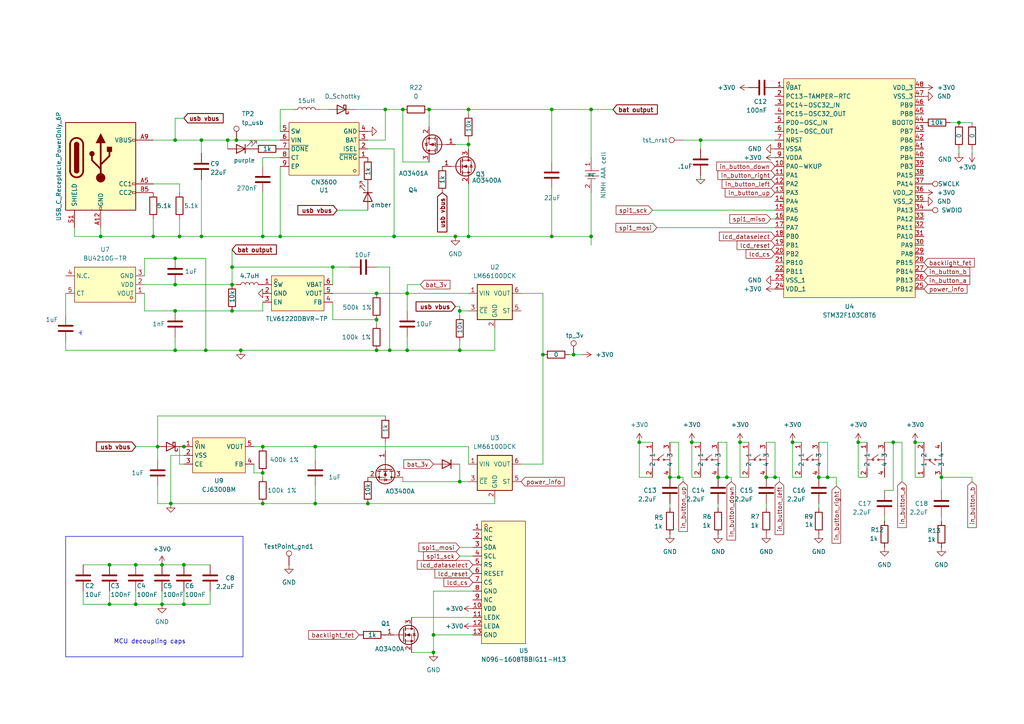
<source format=kicad_sch>
(kicad_sch (version 20250114) (generator "eeschema") (generator_version "9.0")
  (paper "A4")
  (title_block (title "stm32 business card"))
  (rectangle (start 19.05 155.575) (end 70.485 190.5))
  (text "Make sure CN36000 package and connections are right on PCB - wtf is EP?" (at 52.832 -7.874 0) (effects (font (size 1.27 1.27))))
  (text "MCU decoupling caps" (at 43.434 186.182 0) (effects (font (size 1.27 1.27))))
  (text "label 0 ohm choices" (at 24.892 -5.842 0) (effects (font (size 1.27 1.27) (thickness 0.1588))))
  (text "double check voltage diviers, maybe push higher - LCSC!" (at 43.434 -3.556 0) (effects (font (size 1.27 1.27) (thickness 0.1588))))
  (text "TODO" (at 18.796 -11.43 0) (effects (font (size 2.032 2.032) (thickness 0.4064) (bold yes))))
  (junction (at 91.44 129.54))
  (junction (at 39.37 163.83))
  (junction (at 135.89 31.75))
  (junction (at 194.31 138.43))
  (junction (at 166.37 102.87))
  (junction (at 135.89 68.58))
  (junction (at 259.08 128.27))
  (junction (at 67.31 77.47))
  (junction (at 133.35 90.17))
  (junction (at 224.79 138.43))
  (junction (at 59.69 101.6))
  (junction (at 76.2 137.16))
  (junction (at 68.58 40.64))
  (junction (at 118.11 85.09))
  (junction (at 31.75 175.26))
  (junction (at 265.43 128.27))
  (junction (at 67.31 90.17))
  (junction (at 46.99 175.26))
  (junction (at 109.22 85.09))
  (junction (at 240.03 138.43))
  (junction (at 50.8 40.64))
  (junction (at 109.22 101.6))
  (junction (at 91.44 146.05))
  (junction (at 111.76 31.75))
  (junction (at 118.11 101.6))
  (junction (at 133.35 139.7))
  (junction (at 76.2 129.54))
  (junction (at 208.28 138.43))
  (junction (at 248.92 128.27))
  (junction (at 58.42 40.64))
  (junction (at 125.73 189.23))
  (junction (at 67.31 82.55))
  (junction (at 203.2 40.64))
  (junction (at 58.42 68.58))
  (junction (at 113.03 101.6))
  (junction (at 50.8 101.6))
  (junction (at 160.02 68.58))
  (junction (at 44.45 68.58))
  (junction (at 237.49 138.43))
  (junction (at 81.28 68.58))
  (junction (at 222.25 138.43))
  (junction (at 132.08 68.58))
  (junction (at 52.07 68.58))
  (junction (at 171.45 31.75))
  (junction (at 214.63 128.27))
  (junction (at 133.35 101.6))
  (junction (at 185.42 128.27))
  (junction (at 96.52 77.47))
  (junction (at 39.37 175.26))
  (junction (at 210.82 138.43))
  (junction (at 69.85 101.6))
  (junction (at 125.73 184.15))
  (junction (at 116.84 31.75))
  (junction (at 66.04 40.64))
  (junction (at 53.34 163.83))
  (junction (at 76.2 146.05))
  (junction (at 229.87 128.27))
  (junction (at 106.68 146.05))
  (junction (at 196.85 138.43))
  (junction (at 135.89 41.91))
  (junction (at 278.13 35.56))
  (junction (at 53.34 129.54))
  (junction (at 76.2 68.58))
  (junction (at 29.21 68.58))
  (junction (at 273.05 138.43))
  (junction (at 50.8 90.17))
  (junction (at 114.3 68.58))
  (junction (at 109.22 92.71))
  (junction (at 31.75 163.83))
  (junction (at 49.53 146.05))
  (junction (at 50.8 82.55))
  (junction (at 157.48 102.87))
  (junction (at 160.02 31.75))
  (junction (at 200.66 128.27))
  (junction (at 53.34 175.26))
  (junction (at 171.45 68.58))
  (junction (at 50.8 74.93))
  (junction (at 45.72 129.54))
  (junction (at 124.46 31.75))
  (junction (at 46.99 163.83))
  (wire (pts (xy 194.31 147.32) (xy 194.31 146.05)))
  (wire (pts (xy 222.25 128.27) (xy 224.79 128.27)))
  (wire (pts (xy 81.28 38.1) (xy 81.28 31.75)))
  (wire (pts (xy 259.08 128.27) (xy 261.62 128.27)))
  (wire (pts (xy 118.11 101.6) (xy 133.35 101.6)))
  (wire (pts (xy 267.97 138.43) (xy 265.43 138.43)))
  (wire (pts (xy 76.2 45.72) (xy 76.2 48.26)))
  (polyline (pts (xy 23.495 96.52) (xy 23.495 97.155)))
  (wire (pts (xy 52.07 63.5) (xy 52.07 68.58)))
  (wire (pts (xy 135.89 41.91) (xy 135.89 43.18)))
  (wire (pts (xy 41.91 74.93) (xy 50.8 74.93)))
  (wire (pts (xy 91.44 146.05) (xy 106.68 146.05)))
  (wire (pts (xy 67.31 77.47) (xy 67.31 82.55)))
  (wire (pts (xy 50.8 34.29) (xy 53.34 34.29)))
  (wire (pts (xy 31.75 171.45) (xy 31.75 175.26)))
  (wire (pts (xy 281.94 44.45) (xy 281.94 43.18)))
  (wire (pts (xy 185.42 128.27) (xy 185.42 138.43)))
  (wire (pts (xy 119.38 189.23) (xy 125.73 189.23)))
  (wire (pts (xy 200.66 128.27) (xy 203.2 128.27)))
  (wire (pts (xy 81.28 68.58) (xy 114.3 68.58)))
  (wire (pts (xy 237.49 138.43) (xy 240.03 138.43)))
  (wire (pts (xy 256.54 128.27) (xy 259.08 128.27)))
  (wire (pts (xy 52.07 53.34) (xy 52.07 55.88)))
  (wire (pts (xy 248.92 128.27) (xy 248.92 138.43)))
  (wire (pts (xy 41.91 90.17) (xy 41.91 85.09)))
  (wire (pts (xy 125.73 171.45) (xy 125.73 184.15)))
  (wire (pts (xy 58.42 40.64) (xy 66.04 40.64)))
  (wire (pts (xy 52.07 68.58) (xy 58.42 68.58)))
  (wire (pts (xy 118.11 82.55) (xy 121.92 82.55)))
  (wire (pts (xy 81.28 31.75) (xy 85.09 31.75)))
  (wire (pts (xy 124.46 31.75) (xy 135.89 31.75)))
  (wire (pts (xy 251.46 138.43) (xy 248.92 138.43)))
  (wire (pts (xy 45.72 120.65) (xy 111.76 120.65)))
  (wire (pts (xy 171.45 55.88) (xy 171.45 68.58)))
  (wire (pts (xy 91.44 133.35) (xy 91.44 129.54)))
  (wire (pts (xy 229.87 128.27) (xy 232.41 128.27)))
  (wire (pts (xy 133.35 158.75) (xy 137.16 158.75)))
  (wire (pts (xy 106.68 40.64) (xy 111.76 40.64)))
  (wire (pts (xy 189.23 138.43) (xy 185.42 138.43)))
  (wire (pts (xy 45.72 146.05) (xy 49.53 146.05)))
  (wire (pts (xy 52.07 129.54) (xy 53.34 129.54)))
  (wire (pts (xy 39.37 171.45) (xy 39.37 175.26)))
  (wire (pts (xy 232.41 138.43) (xy 229.87 138.43)))
  (wire (pts (xy 101.6 77.47) (xy 96.52 77.47)))
  (wire (pts (xy 273.05 151.13) (xy 273.05 149.86)))
  (wire (pts (xy 237.49 128.27) (xy 240.03 128.27)))
  (wire (pts (xy 281.94 139.7) (xy 281.94 138.43)))
  (wire (pts (xy 157.48 102.87) (xy 157.48 134.62)))
  (wire (pts (xy 113.03 101.6) (xy 118.11 101.6)))
  (wire (pts (xy 52.07 134.62) (xy 52.07 129.54)))
  (wire (pts (xy 210.82 138.43) (xy 212.09 138.43)))
  (wire (pts (xy 96.52 92.71) (xy 109.22 92.71)))
  (wire (pts (xy 60.96 175.26) (xy 60.96 171.45)))
  (wire (pts (xy 44.45 53.34) (xy 52.07 53.34)))
  (wire (pts (xy 203.2 40.64) (xy 203.2 43.18)))
  (wire (pts (xy 135.89 33.02) (xy 135.89 31.75)))
  (wire (pts (xy 198.12 139.7) (xy 198.12 138.43)))
  (wire (pts (xy 67.31 77.47) (xy 96.52 77.47)))
  (wire (pts (xy 226.06 138.43) (xy 224.79 138.43)))
  (wire (pts (xy 50.8 40.64) (xy 58.42 40.64)))
  (wire (pts (xy 208.28 147.32) (xy 208.28 146.05)))
  (wire (pts (xy 118.11 85.09) (xy 135.89 85.09)))
  (wire (pts (xy 132.08 68.58) (xy 135.89 68.58)))
  (wire (pts (xy 118.11 97.79) (xy 118.11 101.6)))
  (wire (pts (xy 273.05 138.43) (xy 281.94 138.43)))
  (wire (pts (xy 198.12 40.64) (xy 203.2 40.64)))
  (wire (pts (xy 46.99 163.83) (xy 53.34 163.83)))
  (wire (pts (xy 44.45 40.64) (xy 50.8 40.64)))
  (wire (pts (xy 116.84 31.75) (xy 111.76 31.75)))
  (wire (pts (xy 214.63 128.27) (xy 217.17 128.27)))
  (wire (pts (xy 68.58 40.64) (xy 81.28 40.64)))
  (wire (pts (xy 50.8 101.6) (xy 59.69 101.6)))
  (wire (pts (xy 67.31 82.55) (xy 68.58 82.55)))
  (wire (pts (xy 212.09 138.43) (xy 212.09 139.7)))
  (wire (pts (xy 50.8 82.55) (xy 67.31 82.55)))
  (wire (pts (xy 31.75 175.26) (xy 39.37 175.26)))
  (wire (pts (xy 91.44 140.97) (xy 91.44 146.05)))
  (wire (pts (xy 208.28 128.27) (xy 210.82 128.27)))
  (wire (pts (xy 160.02 31.75) (xy 160.02 46.99)))
  (wire (pts (xy 119.38 179.07) (xy 137.16 179.07)))
  (wire (pts (xy 133.35 101.6) (xy 143.51 101.6)))
  (wire (pts (xy 137.16 171.45) (xy 125.73 171.45)))
  (wire (pts (xy 73.66 137.16) (xy 76.2 137.16)))
  (wire (pts (xy 41.91 90.17) (xy 50.8 90.17)))
  (wire (pts (xy 41.91 82.55) (xy 50.8 82.55)))
  (wire (pts (xy 224.79 128.27) (xy 224.79 138.43)))
  (wire (pts (xy 133.35 139.7) (xy 133.35 134.62)))
  (wire (pts (xy 29.21 68.58) (xy 29.21 66.04)))
  (wire (pts (xy 59.69 74.93) (xy 59.69 101.6)))
  (wire (pts (xy 96.52 82.55) (xy 96.52 77.47)))
  (wire (pts (xy 278.13 44.45) (xy 278.13 43.18)))
  (wire (pts (xy 256.54 151.13) (xy 256.54 149.86)))
  (wire (pts (xy 81.28 48.26) (xy 81.28 68.58)))
  (wire (pts (xy 113.03 77.47) (xy 113.03 101.6)))
  (wire (pts (xy 53.34 163.83) (xy 60.96 163.83)))
  (wire (pts (xy 171.45 68.58) (xy 171.45 71.12)))
  (wire (pts (xy 109.22 77.47) (xy 113.03 77.47)))
  (wire (pts (xy 69.85 101.6) (xy 109.22 101.6)))
  (wire (pts (xy 39.37 175.26) (xy 46.99 175.26)))
  (wire (pts (xy 67.31 90.17) (xy 76.2 90.17)))
  (wire (pts (xy 39.37 129.54) (xy 45.72 129.54)))
  (polyline (pts (xy 22.86 96.52) (xy 23.495 96.52)))
  (wire (pts (xy 124.46 46.99) (xy 116.84 46.99)))
  (wire (pts (xy 275.59 35.56) (xy 278.13 35.56)))
  (wire (pts (xy 222.25 147.32) (xy 222.25 146.05)))
  (wire (pts (xy 171.45 31.75) (xy 177.8 31.75)))
  (wire (pts (xy 76.2 137.16) (xy 76.2 138.43)))
  (wire (pts (xy 198.12 138.43) (xy 196.85 138.43)))
  (wire (pts (xy 157.48 85.09) (xy 157.48 102.87)))
  (wire (pts (xy 229.87 128.27) (xy 229.87 138.43)))
  (wire (pts (xy 133.35 139.7) (xy 135.89 139.7)))
  (wire (pts (xy 109.22 92.71) (xy 109.22 93.98)))
  (wire (pts (xy 76.2 55.88) (xy 76.2 68.58)))
  (wire (pts (xy 242.57 138.43) (xy 242.57 140.97)))
  (wire (pts (xy 135.89 68.58) (xy 160.02 68.58)))
  (wire (pts (xy 73.66 129.54) (xy 76.2 129.54)))
  (wire (pts (xy 76.2 68.58) (xy 81.28 68.58)))
  (wire (pts (xy 135.89 129.54) (xy 135.89 134.62)))
  (wire (pts (xy 44.45 63.5) (xy 44.45 68.58)))
  (wire (pts (xy 66.04 40.64) (xy 66.04 43.18)))
  (wire (pts (xy 114.3 68.58) (xy 132.08 68.58)))
  (wire (pts (xy 106.68 146.05) (xy 143.51 146.05)))
  (wire (pts (xy 46.99 171.45) (xy 46.99 175.26)))
  (wire (pts (xy 242.57 138.43) (xy 240.03 138.43)))
  (wire (pts (xy 24.13 163.83) (xy 31.75 163.83)))
  (wire (pts (xy 39.37 163.83) (xy 46.99 163.83)))
  (wire (pts (xy 189.23 60.96) (xy 224.79 60.96)))
  (wire (pts (xy 194.31 128.27) (xy 196.85 128.27)))
  (wire (pts (xy 116.84 46.99) (xy 116.84 31.75)))
  (wire (pts (xy 50.8 74.93) (xy 59.69 74.93)))
  (wire (pts (xy 76.2 129.54) (xy 91.44 129.54)))
  (wire (pts (xy 132.08 88.9) (xy 133.35 88.9)))
  (wire (pts (xy 58.42 44.45) (xy 58.42 40.64)))
  (wire (pts (xy 118.11 85.09) (xy 118.11 82.55)))
  (wire (pts (xy 109.22 85.09) (xy 118.11 85.09)))
  (wire (pts (xy 67.31 72.39) (xy 67.31 77.47)))
  (wire (pts (xy 160.02 68.58) (xy 171.45 68.58)))
  (wire (pts (xy 223.52 63.5) (xy 224.79 63.5)))
  (wire (pts (xy 168.91 102.87) (xy 166.37 102.87)))
  (wire (pts (xy 259.08 128.27) (xy 259.08 142.24)))
  (wire (pts (xy 217.17 138.43) (xy 214.63 138.43)))
  (wire (pts (xy 96.52 85.09) (xy 109.22 85.09)))
  (wire (pts (xy 45.72 140.97) (xy 45.72 146.05)))
  (wire (pts (xy 135.89 53.34) (xy 135.89 68.58)))
  (wire (pts (xy 210.82 128.27) (xy 210.82 138.43)))
  (wire (pts (xy 76.2 85.09) (xy 77.47 85.09)))
  (wire (pts (xy 46.99 175.26) (xy 53.34 175.26)))
  (wire (pts (xy 143.51 101.6) (xy 143.51 95.25)))
  (wire (pts (xy 19.05 101.6) (xy 19.05 99.06)))
  (wire (pts (xy 45.72 129.54) (xy 45.72 120.65)))
  (wire (pts (xy 76.2 146.05) (xy 91.44 146.05)))
  (wire (pts (xy 240.03 138.43) (xy 240.03 128.27)))
  (wire (pts (xy 273.05 138.43) (xy 273.05 142.24)))
  (wire (pts (xy 45.72 133.35) (xy 45.72 129.54)))
  (wire (pts (xy 135.89 31.75) (xy 160.02 31.75)))
  (wire (pts (xy 91.44 129.54) (xy 135.89 129.54)))
  (wire (pts (xy 190.5 66.04) (xy 224.79 66.04)))
  (wire (pts (xy 113.03 101.6) (xy 109.22 101.6)))
  (wire (pts (xy 50.8 40.64) (xy 50.8 34.29)))
  (wire (pts (xy 143.51 146.05) (xy 143.51 144.78)))
  (wire (pts (xy 118.11 90.17) (xy 118.11 85.09)))
  (wire (pts (xy 53.34 132.08) (xy 49.53 132.08)))
  (wire (pts (xy 29.21 68.58) (xy 44.45 68.58)))
  (wire (pts (xy 214.63 128.27) (xy 214.63 138.43)))
  (wire (pts (xy 81.28 45.72) (xy 76.2 45.72)))
  (wire (pts (xy 21.59 68.58) (xy 21.59 66.04)))
  (wire (pts (xy 265.43 128.27) (xy 267.97 128.27)))
  (wire (pts (xy 19.05 101.6) (xy 50.8 101.6)))
  (wire (pts (xy 111.76 40.64) (xy 111.76 31.75)))
  (wire (pts (xy 135.89 40.64) (xy 135.89 41.91)))
  (wire (pts (xy 50.8 90.17) (xy 67.31 90.17)))
  (wire (pts (xy 226.06 139.7) (xy 226.06 138.43)))
  (wire (pts (xy 19.05 91.44) (xy 19.05 85.09)))
  (wire (pts (xy 111.76 128.27) (xy 111.76 130.81)))
  (wire (pts (xy 237.49 147.32) (xy 237.49 146.05)))
  (wire (pts (xy 203.2 138.43) (xy 200.66 138.43)))
  (wire (pts (xy 44.45 68.58) (xy 52.07 68.58)))
  (wire (pts (xy 116.84 139.7) (xy 133.35 139.7)))
  (wire (pts (xy 166.37 102.87) (xy 165.1 102.87)))
  (wire (pts (xy 160.02 31.75) (xy 171.45 31.75)))
  (wire (pts (xy 265.43 128.27) (xy 265.43 138.43)))
  (wire (pts (xy 261.62 128.27) (xy 261.62 139.7)))
  (wire (pts (xy 259.08 142.24) (xy 256.54 142.24)))
  (wire (pts (xy 133.35 99.06) (xy 133.35 101.6)))
  (wire (pts (xy 111.76 31.75) (xy 102.87 31.75)))
  (wire (pts (xy 76.2 90.17) (xy 76.2 87.63)))
  (wire (pts (xy 278.13 35.56) (xy 281.94 35.56)))
  (wire (pts (xy 160.02 54.61) (xy 160.02 68.58)))
  (wire (pts (xy 248.92 128.27) (xy 251.46 128.27)))
  (wire (pts (xy 208.28 138.43) (xy 210.82 138.43)))
  (wire (pts (xy 194.31 138.43) (xy 196.85 138.43)))
  (wire (pts (xy 171.45 31.75) (xy 171.45 45.72)))
  (wire (pts (xy 21.59 68.58) (xy 29.21 68.58)))
  (wire (pts (xy 53.34 134.62) (xy 52.07 134.62)))
  (wire (pts (xy 41.91 80.01) (xy 41.91 74.93)))
  (wire (pts (xy 58.42 68.58) (xy 76.2 68.58)))
  (wire (pts (xy 133.35 88.9) (xy 133.35 90.17)))
  (wire (pts (xy 133.35 90.17) (xy 135.89 90.17)))
  (wire (pts (xy 157.48 134.62) (xy 151.13 134.62)))
  (wire (pts (xy 222.25 138.43) (xy 224.79 138.43)))
  (wire (pts (xy 53.34 175.26) (xy 60.96 175.26)))
  (polyline (pts (xy 23.495 95.885) (xy 23.495 96.52)))
  (wire (pts (xy 49.53 132.08) (xy 49.53 146.05)))
  (wire (pts (xy 114.3 43.18) (xy 114.3 68.58)))
  (wire (pts (xy 50.8 101.6) (xy 50.8 97.79)))
  (wire (pts (xy 185.42 128.27) (xy 189.23 128.27)))
  (wire (pts (xy 58.42 52.07) (xy 58.42 68.58)))
  (wire (pts (xy 97.79 60.96) (xy 106.68 60.96)))
  (wire (pts (xy 31.75 163.83) (xy 39.37 163.83)))
  (wire (pts (xy 125.73 184.15) (xy 125.73 189.23)))
  (wire (pts (xy 53.34 171.45) (xy 53.34 175.26)))
  (wire (pts (xy 66.04 40.64) (xy 68.58 40.64)))
  (wire (pts (xy 133.35 90.17) (xy 133.35 91.44)))
  (wire (pts (xy 24.13 171.45) (xy 24.13 175.26)))
  (wire (pts (xy 196.85 128.27) (xy 196.85 138.43)))
  (wire (pts (xy 157.48 85.09) (xy 151.13 85.09)))
  (wire (pts (xy 49.53 146.05) (xy 76.2 146.05)))
  (wire (pts (xy 125.73 184.15) (xy 137.16 184.15)))
  (wire (pts (xy 133.35 161.29) (xy 137.16 161.29)))
  (wire (pts (xy 200.66 128.27) (xy 200.66 138.43)))
  (wire (pts (xy 106.68 43.18) (xy 114.3 43.18)))
  (wire (pts (xy 124.46 31.75) (xy 124.46 36.83)))
  (wire (pts (xy 92.71 31.75) (xy 95.25 31.75)))
  (wire (pts (xy 73.66 134.62) (xy 73.66 137.16)))
  (wire (pts (xy 96.52 92.71) (xy 96.52 87.63)))
  (wire (pts (xy 116.84 139.7) (xy 116.84 138.43)))
  (wire (pts (xy 203.2 40.64) (xy 224.79 40.64)))
  (wire (pts (xy 59.69 101.6) (xy 69.85 101.6)))
  (wire (pts (xy 24.13 175.26) (xy 31.75 175.26)))
  (wire (pts (xy 132.08 41.91) (xy 135.89 41.91)))
  (global_label "in_button_b" (shape input) (at 281.94 139.7 270) (property "Intersheetrefs" "${INTERSHEET_REFS}" (effects (hide yes))))
  (global_label "backlight_fet" (shape input) (at 267.97 76.2 0) (property "Intersheetrefs" "${INTERSHEET_REFS}" (effects (hide yes))))
  (global_label "lcd_cs" (shape input) (at 137.16 168.91 180) (property "Intersheetrefs" "${INTERSHEET_REFS}" (effects (hide yes))))
  (global_label "in_button_down" (shape input) (at 212.09 139.7 270) (property "Intersheetrefs" "${INTERSHEET_REFS}" (effects (hide yes))))
  (global_label "usb vbus" (shape input) (at 128.27 55.88 270) (effects (font (thickness 0.254) (bold yes))) (property "Intersheetrefs" "${INTERSHEET_REFS}" (effects (hide yes))))
  (global_label "lcd_reset" (shape input) (at 137.16 166.37 180) (property "Intersheetrefs" "${INTERSHEET_REFS}" (effects (hide yes))))
  (global_label "usb vbus" (shape input) (at 97.79 60.96 180) (effects (font (thickness 0.254) (bold yes))) (property "Intersheetrefs" "${INTERSHEET_REFS}" (effects (hide yes))))
  (global_label "bat_3v" (shape input) (at 121.92 82.55 0) (property "Intersheetrefs" "${INTERSHEET_REFS}" (effects (hide yes))))
  (global_label "in_button_right" (shape input) (at 242.57 140.97 270) (property "Intersheetrefs" "${INTERSHEET_REFS}" (effects (hide yes))))
  (global_label "spi1_mosi" (shape input) (at 133.35 158.75 180) (property "Intersheetrefs" "${INTERSHEET_REFS}" (effects (hide yes))))
  (global_label "in_button_b" (shape input) (at 267.97 78.74 0) (property "Intersheetrefs" "${INTERSHEET_REFS}" (effects (hide yes))))
  (global_label "in_button_a" (shape input) (at 267.97 81.28 0) (property "Intersheetrefs" "${INTERSHEET_REFS}" (effects (hide yes))))
  (global_label "spi1_sck" (shape input) (at 189.23 60.96 180) (property "Intersheetrefs" "${INTERSHEET_REFS}" (effects (hide yes))))
  (global_label "backlight_fet" (shape input) (at 104.14 184.15 180) (property "Intersheetrefs" "${INTERSHEET_REFS}" (effects (hide yes))))
  (global_label "usb vbus" (shape input) (at 132.08 88.9 180) (effects (font (thickness 0.254) (bold yes))) (property "Intersheetrefs" "${INTERSHEET_REFS}" (effects (hide yes))))
  (global_label "in_button_a" (shape input) (at 261.62 139.7 270) (property "Intersheetrefs" "${INTERSHEET_REFS}" (effects (hide yes))))
  (global_label "usb vbus" (shape input) (at 53.34 34.29 0) (effects (font (thickness 0.254) (bold yes))) (property "Intersheetrefs" "${INTERSHEET_REFS}" (effects (hide yes))))
  (global_label "lcd_cs" (shape input) (at 224.79 73.66 180) (property "Intersheetrefs" "${INTERSHEET_REFS}" (effects (hide yes))))
  (global_label "lcd_dataselect" (shape input) (at 137.16 163.83 180) (property "Intersheetrefs" "${INTERSHEET_REFS}" (effects (hide yes))))
  (global_label "lcd_reset" (shape input) (at 224.79 71.12 180) (property "Intersheetrefs" "${INTERSHEET_REFS}" (effects (hide yes))))
  (global_label "lcd_dataselect" (shape input) (at 224.79 68.58 180) (property "Intersheetrefs" "${INTERSHEET_REFS}" (effects (hide yes))))
  (global_label "in_button_left" (shape input) (at 224.79 53.34 180) (property "Intersheetrefs" "${INTERSHEET_REFS}" (effects (hide yes))))
  (global_label "bat output" (shape input) (at 67.31 72.39 0) (effects (font (thickness 0.254) (bold yes))) (property "Intersheetrefs" "${INTERSHEET_REFS}" (effects (hide yes))))
  (global_label "in_button_right" (shape input) (at 224.79 50.8 180) (property "Intersheetrefs" "${INTERSHEET_REFS}" (effects (hide yes))))
  (global_label "in_button_up" (shape input) (at 198.12 139.7 270) (property "Intersheetrefs" "${INTERSHEET_REFS}" (effects (hide yes))))
  (global_label "in_button_left" (shape input) (at 226.06 139.7 270) (property "Intersheetrefs" "${INTERSHEET_REFS}" (effects (hide yes))))
  (global_label "in_button_up" (shape input) (at 224.79 55.88 180) (property "Intersheetrefs" "${INTERSHEET_REFS}" (effects (hide yes))))
  (global_label "usb vbus" (shape input) (at 39.37 129.54 180) (effects (font (thickness 0.254) (bold yes))) (property "Intersheetrefs" "${INTERSHEET_REFS}" (effects (hide yes))))
  (global_label "power_info" (shape input) (at 151.13 139.7 0) (property "Intersheetrefs" "${INTERSHEET_REFS}" (effects (hide yes))))
  (global_label "spi1_miso" (shape input) (at 223.52 63.5 180) (property "Intersheetrefs" "${INTERSHEET_REFS}" (effects (hide yes))))
  (global_label "power_info" (shape input) (at 267.97 83.82 0) (property "Intersheetrefs" "${INTERSHEET_REFS}" (effects (hide yes))))
  (global_label "spi1_sck" (shape input) (at 133.35 161.29 180) (property "Intersheetrefs" "${INTERSHEET_REFS}" (effects (hide yes))))
  (global_label "bat_3v" (shape input) (at 125.73 134.62 180) (property "Intersheetrefs" "${INTERSHEET_REFS}" (effects (hide yes))))
  (global_label "in_button_down" (shape input) (at 224.79 48.26 180) (property "Intersheetrefs" "${INTERSHEET_REFS}" (effects (hide yes))))
  (global_label "bat output" (shape input) (at 177.8 31.75 0) (effects (font (thickness 0.254) (bold yes))) (property "Intersheetrefs" "${INTERSHEET_REFS}" (effects (hide yes))))
  (global_label "spi1_mosi" (shape input) (at 190.5 66.04 180) (property "Intersheetrefs" "${INTERSHEET_REFS}" (effects (hide yes))))
  (symbol (lib_id "Device:C") (at 50.8 93.98 0) (unit 1)
    (property "Reference" "C19" (effects (hide yes)))
    (property "Value" "1nF" (at 44.196 93.98 0) (effects (justify left)))
    (property "Footprint" "Capacitor_SMD:C_0603_1608Metric" (effects (hide yes)))
    (property "Description" "Unpolarized capacitor" (effects (hide yes)))
  )
  (symbol (lib_id "power:GND") (at 125.73 189.23 0) (unit 1)
    (property "Reference" "#PWR037" (effects (hide yes)))
    (property "Value" "GND" (at 125.73 194.31 0))
    (property "Description" "Power symbol creates a global label with name \"GND\" , ground" (effects (hide yes)))
  )
  (symbol (lib_id "Device:R") (at 120.65 31.75 90) (unit 1)
    (property "Reference" "R22" (at 120.65 25.4 90))
    (property "Value" "0" (at 120.65 27.94 90))
    (property "Footprint" "Resistor_SMD:R_0603_1608Metric" (effects (hide yes)))
    (property "Description" "Resistor" (effects (hide yes)))
  )
  (symbol (lib_id "Device:R") (at 222.25 151.13 180) (unit 1)
    (property "Reference" "R7" (at 217.678 149.86 0) (effects (justify right)))
    (property "Value" "1k" (at 217.678 152.4 0) (effects (justify right)))
    (property "Footprint" "Resistor_SMD:R_0603_1608Metric" (effects (hide yes)))
    (property "Description" "Resistor" (effects (hide yes)))
  )
  (symbol (lib_id "Device:R") (at 106.68 49.53 180) (unit 1)
    (property "Reference" "R15" (effects (hide yes)))
    (property "Value" "1k" (at 106.68 48.514 90) (effects (justify left)))
    (property "Footprint" "Resistor_SMD:R_0603_1608Metric" (effects (hide yes)))
    (property "Description" "Resistor" (effects (hide yes)))
  )
  (symbol (lib_name "AO3400A_1") (lib_id "Transistor_FET:AO3400A") (at 133.35 48.26 0) (unit 1)
    (property "Reference" "Q3" (at 137.922 50.546 0) (effects (justify left)))
    (property "Value" "AO3400A" (at 136.906 52.324 0) (effects (justify left)))
    (property "Footprint" "Package_TO_SOT_SMD:SOT-23" (effects (hide yes)))
    (property "Datasheet" "http://www.aosmd.com/pdfs/datasheet/AO3400A.pdf" (effects (hide yes)))
    (property "Description" "30V Vds, 5.7A Id, N-Channel MOSFET, SOT-23" (effects (hide yes)))
  )
  (symbol (lib_id "power:GND") (at 224.79 81.28 270) (unit 1)
    (property "Reference" "#PWR018" (effects (hide yes)))
    (property "Value" "GND" (at 220.98 81.2799 90) (effects (justify right)))
    (property "Description" "Power symbol creates a global label with name \"GND\" , ground" (effects (hide yes)))
  )
  (symbol (lib_id "Device:C") (at 203.2 46.99 0) (unit 1)
    (property "Reference" "C11" (effects (hide yes)))
    (property "Value" ".1uF" (at 196.596 48.26 0) (effects (justify left)))
    (property "Footprint" "Capacitor_SMD:C_0603_1608Metric" (effects (hide yes)))
    (property "Description" "Unpolarized capacitor" (effects (hide yes)))
  )
  (symbol (lib_id "Device:C") (at 39.37 167.64 0) (unit 1)
    (property "Reference" "C4" (at 39.624 169.926 0) (effects (justify left)))
    (property "Value" "100nF" (at 39.624 172.466 0) (effects (justify left)))
    (property "Footprint" "Capacitor_SMD:C_0603_1608Metric" (effects (hide yes)))
    (property "Description" "Unpolarized capacitor" (effects (hide yes)))
  )
  (symbol (lib_id "Device:R") (at 44.45 59.69 0) (unit 1)
    (property "Reference" "R1" (effects (hide yes)))
    (property "Value" "5.1k" (at 45.466 59.69 0) (effects (justify left)))
    (property "Footprint" "Resistor_SMD:R_0603_1608Metric" (effects (hide yes)))
    (property "Description" "Resistor" (effects (hide yes)))
  )
  (symbol (lib_id "power:GND") (at 222.25 154.94 0) (unit 1)
    (property "Reference" "#PWR029" (effects (hide yes)))
    (property "Value" "GND" (at 222.25 160.02 0))
    (property "Description" "Power symbol creates a global label with name \"GND\" , ground" (effects (hide yes)))
  )
  (symbol (lib_id "Device:C") (at 60.96 167.64 180) (unit 1)
    (property "Reference" "C8" (at 68.072 167.64 0) (effects (justify left)))
    (property "Value" "2.2uF" (at 68.072 170.18 0) (effects (justify left)))
    (property "Footprint" "Capacitor_SMD:C_0603_1608Metric" (effects (hide yes)))
    (property "Description" "Unpolarized capacitor" (effects (hide yes)))
  )
  (symbol (lib_id "Device:D_Schottky") (at 99.06 31.75 180) (unit 1)
    (property "Reference" "D1" (effects (hide yes)))
    (property "Value" "D_Schottky" (at 99.3775 27.94 0))
    (property "Footprint" "Diode_SMD:D_SMA" (effects (hide yes)))
    (property "Description" "Schottky diode" (effects (hide yes)))
  )
  (symbol (lib_id "power:+3V0") (at 224.79 45.72 90) (unit 1)
    (property "Reference" "#PWR017" (effects (hide yes)))
    (property "Value" "+3V0" (at 220.98 45.7199 90) (effects (justify left)))
    (property "Description" "Power symbol creates a global label with name \"+3V0\"" (effects (hide yes)))
  )
  (symbol (lib_id "Device:LED") (at 69.85 43.18 180) (unit 1)
    (property "Reference" "D2" (effects (hide yes)))
    (property "Value" "purple" (at 70.866 46.482 0))
    (property "Footprint" "LED_SMD:LED_0805_2012Metric" (effects (hide yes)))
    (property "Description" "Light emitting diode" (effects (hide yes)))
    (property "Sim.Pins" "1=K 2=A" (effects (hide yes)))
  )
  (symbol (lib_id "Device:C") (at 53.34 167.64 0) (unit 1)
    (property "Reference" "C6" (at 53.594 169.926 0) (effects (justify left)))
    (property "Value" "100nF" (at 53.594 172.466 0) (effects (justify left)))
    (property "Footprint" "Capacitor_SMD:C_0603_1608Metric" (effects (hide yes)))
    (property "Description" "Unpolarized capacitor" (effects (hide yes)))
  )
  (symbol (lib_id "power:+3V0") (at 248.92 128.27 0) (unit 1)
    (property "Reference" "#PWR036" (effects (hide yes)))
    (property "Value" "+3V0" (at 248.92 123.19 0))
    (property "Description" "Power symbol creates a global label with name \"+3V0\"" (effects (hide yes)))
  )
  (symbol (lib_id "indigos_imports:CJ6300BM") (at 63.5 132.08 0) (unit 1)
    (property "Reference" "U9" (at 63.5 139.446 0))
    (property "Value" "CJ6300BM" (at 63.5 141.986 0))
    (property "Footprint" "indigos_imports:SOT-23-5_L2.9-W1.6-P0.95-LS2.8-BR" (effects (hide yes)))
    (property "LCSC Part" "C2829398" (effects (hide yes)))
  )
  (symbol (lib_id "power:+3V0") (at 267.97 55.88 270) (unit 1)
    (property "Reference" "#PWR027" (effects (hide yes)))
    (property "Value" "+3V0" (at 271.78 55.8799 90) (effects (justify left)))
    (property "Description" "Power symbol creates a global label with name \"+3V0\"" (effects (hide yes)))
  )
  (symbol (lib_id "Transistor_FET:AO3400A") (at 116.84 184.15 0) (unit 1)
    (property "Reference" "Q1" (at 110.49 180.848 0) (effects (justify left)))
    (property "Value" "AO3400A" (at 108.712 188.214 0) (effects (justify left)))
    (property "Footprint" "Package_TO_SOT_SMD:SOT-23" (effects (hide yes)))
    (property "Datasheet" "http://www.aosmd.com/pdfs/datasheet/AO3400A.pdf" (effects (hide yes)))
    (property "Description" "30V Vds, 5.7A Id, N-Channel MOSFET, SOT-23" (effects (hide yes)))
  )
  (symbol (lib_id "Connector:TestPoint") (at 198.12 40.64 90) (unit 1)
    (property "Reference" "tst_nrst1" (effects (hide yes)))
    (property "Value" "tst_nrst" (at 189.992 40.64 90))
    (property "Footprint" "TestPoint:TestPoint_Pad_D2.0mm" (effects (hide yes)))
    (property "Description" "test point" (effects (hide yes)))
  )
  (symbol (lib_id "power:GND") (at 256.54 158.75 0) (unit 1)
    (property "Reference" "#PWR038" (effects (hide yes)))
    (property "Value" "GND" (at 256.54 163.83 0))
    (property "Description" "Power symbol creates a global label with name \"GND\" , ground" (effects (hide yes)))
  )
  (symbol (lib_id "power:GND") (at 203.2 50.8 0) (unit 1)
    (property "Reference" "#PWR015" (effects (hide yes)))
    (property "Value" "GND" (effects (hide yes)))
    (property "Description" "Power symbol creates a global label with name \"GND\" , ground" (effects (hide yes)))
  )
  (symbol (lib_id "power:GND") (at 267.97 58.42 90) (unit 1)
    (property "Reference" "#PWR028" (effects (hide yes)))
    (property "Value" "GND" (at 271.78 58.4199 90) (effects (justify right)))
    (property "Description" "Power symbol creates a global label with name \"GND\" , ground" (effects (hide yes)))
  )
  (symbol (lib_id "Device:R") (at 109.22 88.9 0) (unit 1)
    (property "Reference" "R16" (effects (hide yes)))
    (property "Value" "500k 1%" (at 99.314 89.154 0) (effects (justify left)))
    (property "Footprint" "Resistor_SMD:R_0603_1608Metric" (effects (hide yes)))
    (property "Description" "Resistor" (effects (hide yes)))
  )
  (symbol (lib_id "power:+3V0") (at 200.66 128.27 0) (unit 1)
    (property "Reference" "#PWR022" (effects (hide yes)))
    (property "Value" "+3V0" (at 200.66 123.19 0))
    (property "Description" "Power symbol creates a global label with name \"+3V0\"" (effects (hide yes)))
  )
  (symbol (lib_id "Device:C") (at 76.2 52.07 0) (unit 1)
    (property "Reference" "C7" (effects (hide yes)))
    (property "Value" "270nF" (at 68.58 54.61 0) (effects (justify left)))
    (property "Footprint" "Capacitor_SMD:C_0805_2012Metric" (effects (hide yes)))
    (property "Description" "Unpolarized capacitor" (effects (hide yes)))
  )
  (symbol (lib_id "Device:C") (at 24.13 167.64 0) (unit 1)
    (property "Reference" "C2" (at 24.638 169.926 0) (effects (justify left)))
    (property "Value" "10uF" (at 24.638 172.466 0) (effects (justify left)))
    (property "Footprint" "Capacitor_SMD:C_0603_1608Metric" (effects (hide yes)))
    (property "Description" "Unpolarized capacitor" (effects (hide yes)))
  )
  (symbol (lib_id "power:GND") (at 267.97 27.94 90) (unit 1)
    (property "Reference" "#PWR026" (effects (hide yes)))
    (property "Value" "GND" (at 271.78 27.9399 90) (effects (justify right)))
    (property "Description" "Power symbol creates a global label with name \"GND\" , ground" (effects (hide yes)))
  )
  (symbol (lib_id "Connector:TestPoint") (at 166.37 102.87 0) (unit 1)
    (property "Reference" "TP3" (effects (hide yes)))
    (property "Value" "tp_3v" (at 164.084 97.282 0) (effects (justify left)))
    (property "Footprint" "TestPoint:TestPoint_Pad_D2.0mm" (effects (hide yes)))
    (property "Description" "test point" (effects (hide yes)))
  )
  (symbol (lib_id "easyeda2kicad:TSD003A04126A02") (at 254 133.35 90) (mirror x) (unit 1)
    (property "Reference" "b_a1" (effects (hide yes)))
    (property "Value" "TSD003A04126A02" (effects (hide yes)))
    (property "Footprint" "indigos_imports:SW-SMD_4P-L6.0-W6.0-P4.50-LS8.6" (effects (hide yes)))
    (property "Description" "top arrow" (effects (hide yes)))
    (property "LCSC Part" "C2888573" (effects (hide yes)))
  )
  (symbol (lib_id "Device:D") (at 129.54 134.62 180) (unit 1)
    (property "Reference" "D5" (effects (hide yes)))
    (property "Value" "1N4148" (effects (hide yes)))
    (property "Footprint" "Diode_SMD:D_SOD-323" (effects (hide yes)))
    (property "Description" "Diode" (effects (hide yes)))
    (property "Sim.Device" "D" (effects (hide yes)))
    (property "Sim.Pins" "1=K 2=A" (effects (hide yes)))
  )
  (symbol (lib_id "Transistor_FET:AO3401A") (at 127 41.91 180) (unit 1)
    (property "Reference" "Q4" (at 121.158 55.118 0) (effects (justify left)))
    (property "Value" "AO3401A" (at 124.206 50.292 0) (effects (justify left)))
    (property "Footprint" "Package_TO_SOT_SMD:SOT-23" (effects (hide yes)))
    (property "Datasheet" "http://www.aosmd.com/pdfs/datasheet/AO3401A.pdf" (effects (hide yes)))
    (property "Description" "-4.0A Id, -30V Vds, P-Channel MOSFET, SOT-23" (effects (hide yes)))
  )
  (symbol (lib_id "power:+3V0") (at 265.43 128.27 0) (unit 1)
    (property "Reference" "#PWR039" (effects (hide yes)))
    (property "Value" "+3V0" (at 265.43 123.19 0))
    (property "Description" "Power symbol creates a global label with name \"+3V0\"" (effects (hide yes)))
  )
  (symbol (lib_id "Device:R") (at 109.22 97.79 0) (unit 1)
    (property "Reference" "R17" (effects (hide yes)))
    (property "Value" "100k 1%" (at 103.378 97.79 0))
    (property "Footprint" "Resistor_SMD:R_0603_1608Metric" (effects (hide yes)))
    (property "Description" "Resistor" (effects (hide yes)))
  )
  (symbol (lib_id "easyeda2kicad:TSD003A04126A02") (at 270.51 133.35 90) (unit 1)
    (property "Reference" "b_b1" (effects (hide yes)))
    (property "Value" "TSD003A04126A02" (effects (hide yes)))
    (property "Footprint" "indigos_imports:SW-SMD_4P-L6.0-W6.0-P4.50-LS8.6" (effects (hide yes)))
    (property "Description" "top arrow" (effects (hide yes)))
    (property "LCSC Part" "C2888573" (effects (hide yes)))
  )
  (symbol (lib_id "power:+3V0") (at 229.87 128.27 0) (unit 1)
    (property "Reference" "#PWR030" (effects (hide yes)))
    (property "Value" "+3V0" (at 229.87 123.19 0))
    (property "Description" "Power symbol creates a global label with name \"+3V0\"" (effects (hide yes)))
  )
  (symbol (lib_id "Device:C") (at 208.28 142.24 180) (unit 1)
    (property "Reference" "C14" (at 204.47 142.24 0) (effects (justify left)))
    (property "Value" "2.2uF" (at 204.47 144.78 0) (effects (justify left)))
    (property "Footprint" "Capacitor_SMD:C_0603_1608Metric" (effects (hide yes)))
    (property "Description" "Unpolarized capacitor" (effects (hide yes)))
  )
  (symbol (lib_id "Device:R") (at 281.94 39.37 0) (unit 1)
    (property "Reference" "R10" (effects (hide yes)))
    (property "Value" "0" (at 281.94 39.37 90))
    (property "Footprint" "Resistor_SMD:R_0603_1608Metric" (effects (hide yes)))
    (property "Description" "Resistor" (effects (hide yes)))
  )
  (symbol (lib_id "power:GND") (at 46.99 175.26 0) (unit 1)
    (property "Reference" "#PWR07" (effects (hide yes)))
    (property "Value" "GND" (at 46.99 180.34 0))
    (property "Description" "Power symbol creates a global label with name \"GND\" , ground" (effects (hide yes)))
  )
  (symbol (lib_id "Device:C") (at 222.25 142.24 180) (unit 1)
    (property "Reference" "C15" (at 218.44 142.24 0) (effects (justify left)))
    (property "Value" "2.2uF" (at 218.44 144.78 0) (effects (justify left)))
    (property "Footprint" "Capacitor_SMD:C_0603_1608Metric" (effects (hide yes)))
    (property "Description" "Unpolarized capacitor" (effects (hide yes)))
  )
  (symbol (lib_id "power:GND") (at 237.49 154.94 0) (unit 1)
    (property "Reference" "#PWR032" (effects (hide yes)))
    (property "Value" "GND" (at 237.49 160.02 0))
    (property "Description" "Power symbol creates a global label with name \"GND\" , ground" (effects (hide yes)))
  )
  (symbol (lib_id "Device:C") (at 50.8 78.74 0) (unit 1)
    (property "Reference" "C20" (effects (hide yes)))
    (property "Value" "1uF" (at 53.594 78.74 0) (effects (justify left)))
    (property "Footprint" "Capacitor_SMD:C_0603_1608Metric" (effects (hide yes)))
    (property "Description" "Unpolarized capacitor" (effects (hide yes)))
  )
  (symbol (lib_id "Device:R") (at 135.89 36.83 0) (unit 1)
    (property "Reference" "R25" (effects (hide yes)))
    (property "Value" "10k" (at 135.89 38.354 90) (effects (justify left)))
    (property "Footprint" "Resistor_SMD:R_0603_1608Metric" (effects (hide yes)))
    (property "Description" "Resistor" (effects (hide yes)))
  )
  (symbol (lib_id "Device:C") (at 19.05 95.25 0) (unit 1)
    (property "Reference" "C10" (effects (hide yes)))
    (property "Value" "1uF" (at 13.208 92.71 0) (effects (justify left)))
    (property "Footprint" "Capacitor_SMD:C_0603_1608Metric" (effects (hide yes)))
    (property "Description" "Unpolarized capacitor" (effects (hide yes)))
  )
  (symbol (lib_id "power:GND") (at 224.79 43.18 270) (unit 1)
    (property "Reference" "#PWR016" (effects (hide yes)))
    (property "Value" "GND" (at 220.98 43.1799 90) (effects (justify right)))
    (property "Description" "Power symbol creates a global label with name \"GND\" , ground" (effects (hide yes)))
  )
  (symbol (lib_id "Device:R") (at 76.2 142.24 0) (unit 1)
    (property "Reference" "R19" (effects (hide yes)))
    (property "Value" "100k 1%" (at 81.788 142.24 0))
    (property "Footprint" "Resistor_SMD:R_0603_1608Metric" (effects (hide yes)))
    (property "Description" "Resistor" (effects (hide yes)))
  )
  (symbol (lib_id "Power_Management:LM66100DCK") (at 143.51 137.16 0) (unit 1)
    (property "Reference" "U3" (at 143.51 127 0))
    (property "Value" "LM66100DCK" (at 143.51 129.54 0))
    (property "Footprint" "Package_TO_SOT_SMD:SOT-363_SC-70-6" (effects (hide yes)))
    (property "Datasheet" "https://www.ti.com/lit/ds/symlink/lm66100.pdf" (effects (hide yes)))
    (property "Description" "Ideal Diode With Input Polarity Protection 1.5 - 5.5V  Input Voltage, 1.5A Output Current, Ron 141 mOhm, SC-70-6" (effects (hide yes)))
  )
  (symbol (lib_id "indigos_imports:TLV61220DBVR-TP") (at 86.36 85.09 0) (unit 1)
    (property "Reference" "U6" (effects (hide yes)))
    (property "Value" "TLV61220DBVR-TP" (at 86.106 92.456 0))
    (property "Footprint" "indigos_imports:SOT-23-6_L2.9-W1.6-P0.95-LS2.8-BL" (effects (hide yes)))
    (property "LCSC Part" "C47117507" (effects (hide yes)))
  )
  (symbol (lib_id "easyeda2kicad:TSD003A04126A02") (at 205.74 133.35 90) (mirror x) (unit 1)
    (property "Reference" "b_down1" (effects (hide yes)))
    (property "Value" "TSD003A04126A02" (effects (hide yes)))
    (property "Footprint" "indigos_imports:SW-SMD_4P-L6.0-W6.0-P4.50-LS8.6" (effects (hide yes)))
    (property "Description" "top arrow" (effects (hide yes)))
    (property "LCSC Part" "C2888573" (effects (hide yes)))
  )
  (symbol (lib_id "indigos_imports:BU4210G-TR") (at 29.21 82.55 180) (unit 1)
    (property "Reference" "U7" (at 30.48 72.39 0))
    (property "Value" "BU4210G-TR" (at 30.48 74.93 0))
    (property "Footprint" "indigos_imports:SSOP-5_L2.9-W1.6-P0.95-LS2.8-TL" (effects (hide yes)))
    (property "LCSC Part" "C2066584" (effects (hide yes)))
  )
  (symbol (lib_id "Device:C") (at 31.75 167.64 0) (unit 1)
    (property "Reference" "C3" (at 32.004 169.926 0) (effects (justify left)))
    (property "Value" "100nF" (at 32.004 172.466 0) (effects (justify left)))
    (property "Footprint" "Capacitor_SMD:C_0603_1608Metric" (effects (hide yes)))
    (property "Description" "Unpolarized capacitor" (effects (hide yes)))
  )
  (symbol (lib_id "indigos_imports:BH-AAA-B5BA021") (at 171.45 50.8 270) (unit 1)
    (property "Reference" "BT1" (effects (hide yes)))
    (property "Value" "NiMH AAA cell" (at 175.006 43.942 0) (effects (justify left)))
    (property "Footprint" "indigos_imports:BAT-SMD_BH-AAA-B5BA021" (effects (hide yes)))
    (property "Description" "Single-cell battery" (effects (hide yes)))
    (property "LCSC Part" "C7525446" (effects (hide yes)))
  )
  (symbol (lib_id "Device:R") (at 111.76 124.46 0) (unit 1)
    (property "Reference" "R23" (effects (hide yes)))
    (property "Value" "1k" (at 111.76 125.476 90) (effects (justify left)))
    (property "Footprint" "Resistor_SMD:R_0603_1608Metric" (effects (hide yes)))
    (property "Description" "Resistor" (effects (hide yes)))
  )
  (symbol (lib_id "power:+3V0") (at 224.79 83.82 90) (unit 1)
    (property "Reference" "#PWR019" (effects (hide yes)))
    (property "Value" "+3V0" (at 220.98 83.8199 90) (effects (justify left)))
    (property "Description" "Power symbol creates a global label with name \"+3V0\"" (effects (hide yes)))
  )
  (symbol (lib_id "power:+3V0") (at 46.99 163.83 0) (unit 1)
    (property "Reference" "#PWR06" (effects (hide yes)))
    (property "Value" "+3V0" (at 46.99 159.258 0))
    (property "Description" "Power symbol creates a global label with name \"+3V0\"" (effects (hide yes)))
  )
  (symbol (lib_id "Device:R") (at 208.28 151.13 180) (unit 1)
    (property "Reference" "R6" (at 203.708 149.86 0) (effects (justify right)))
    (property "Value" "1k" (at 203.708 152.4 0) (effects (justify right)))
    (property "Footprint" "Resistor_SMD:R_0603_1608Metric" (effects (hide yes)))
    (property "Description" "Resistor" (effects (hide yes)))
  )
  (symbol (lib_id "Device:C") (at 273.05 146.05 180) (unit 1)
    (property "Reference" "C18" (at 269.24 146.05 0) (effects (justify left)))
    (property "Value" "2.2uF" (at 269.24 148.59 0) (effects (justify left)))
    (property "Footprint" "Capacitor_SMD:C_0603_1608Metric" (effects (hide yes)))
    (property "Description" "Unpolarized capacitor" (effects (hide yes)))
  )
  (symbol (lib_id "Device:R") (at 133.35 95.25 0) (unit 1)
    (property "Reference" "R4" (effects (hide yes)))
    (property "Value" "10k" (at 133.35 96.774 90) (effects (justify left)))
    (property "Footprint" "Resistor_SMD:R_0603_1608Metric" (effects (hide yes)))
    (property "Description" "Resistor" (effects (hide yes)))
  )
  (symbol (lib_id "easyeda2kicad:TSD003A04126A02") (at 191.77 133.35 90) (mirror x) (unit 1)
    (property "Reference" "b_up1" (effects (hide yes)))
    (property "Value" "TSD003A04126A02" (effects (hide yes)))
    (property "Footprint" "indigos_imports:SW-SMD_4P-L6.0-W6.0-P4.50-LS8.6" (effects (hide yes)))
    (property "Description" "top arrow" (effects (hide yes)))
    (property "LCSC Part" "C2888573" (effects (hide yes)))
  )
  (symbol (lib_id "power:+3V0") (at 217.17 25.4 90) (unit 1)
    (property "Reference" "#PWR014" (effects (hide yes)))
    (property "Value" "+3V0" (at 213.36 25.3999 90) (effects (justify left)))
    (property "Description" "Power symbol creates a global label with name \"+3V0\"" (effects (hide yes)))
  )
  (symbol (lib_id "Device:R") (at 107.95 184.15 90) (unit 1)
    (property "Reference" "R26" (effects (hide yes)))
    (property "Value" "1k" (at 107.95 184.15 90))
    (property "Footprint" "Resistor_SMD:R_0603_1608Metric" (effects (hide yes)))
    (property "Description" "Resistor" (effects (hide yes)))
  )
  (symbol (lib_id "Device:C") (at 118.11 93.98 0) (unit 1)
    (property "Reference" "C22" (effects (hide yes)))
    (property "Value" "10uF" (at 120.65 93.98 0) (effects (justify left)))
    (property "Footprint" "Capacitor_SMD:C_0603_1608Metric" (effects (hide yes)))
    (property "Description" "Unpolarized capacitor" (effects (hide yes)))
  )
  (symbol (lib_id "power:+3V0") (at 267.97 25.4 270) (unit 1)
    (property "Reference" "#PWR025" (effects (hide yes)))
    (property "Value" "+3V0" (at 271.78 25.3999 90) (effects (justify left)))
    (property "Description" "Power symbol creates a global label with name \"+3V0\"" (effects (hide yes)))
  )
  (symbol (lib_id "Connector:USB_C_Receptacle_PowerOnly_6P") (at 29.21 48.26 0) (unit 1)
    (property "Reference" "J1" (effects (hide yes)))
    (property "Value" "USB_C_Receptacle_PowerOnly_6P" (at 17.018 48.26 90))
    (property "Footprint" "indigos_kicad_lib:SAMESKY_UJC-H-G-SMT-2-P6-TR" (effects (hide yes)))
    (property "Datasheet" "https://www.usb.org/sites/default/files/documents/usb_type-c.zip" (effects (hide yes)))
    (property "Description" "USB Power-Only 6P Type-C Receptacle connector" (effects (hide yes)))
  )
  (symbol (lib_id "Device:R") (at 194.31 151.13 180) (unit 1)
    (property "Reference" "R5" (at 189.738 150.114 0) (effects (justify right)))
    (property "Value" "1k" (at 189.738 152.654 0) (effects (justify right)))
    (property "Footprint" "Resistor_SMD:R_0603_1608Metric" (effects (hide yes)))
    (property "Description" "Resistor" (effects (hide yes)))
  )
  (symbol (lib_id "Device:R") (at 52.07 59.69 0) (unit 1)
    (property "Reference" "R2" (effects (hide yes)))
    (property "Value" "5.1k" (at 53.34 59.69 0) (effects (justify left)))
    (property "Footprint" "Resistor_SMD:R_0603_1608Metric" (effects (hide yes)))
    (property "Description" "Resistor" (effects (hide yes)))
  )
  (symbol (lib_id "power:GND") (at 106.68 38.1 90) (unit 1)
    (property "Reference" "#PWR01" (effects (hide yes)))
    (property "Value" "GND" (effects (hide yes)))
    (property "Description" "Power symbol creates a global label with name \"GND\" , ground" (effects (hide yes)))
  )
  (symbol (lib_id "easyeda2kicad:STM32F103C8T6") (at 246.38 54.61 0) (unit 1)
    (property "Reference" "U4" (at 246.38 88.9 0))
    (property "Value" "STM32F103C8T6" (at 246.38 91.44 0))
    (property "Footprint" "easyeda2kicad:LQFP-48_L7.0-W7.0-P0.50-LS9.0-BL" (effects (hide yes)))
    (property "Datasheet" "https://lcsc.com/product-detail/ST-Microelectronics_STMicroelectronics_STM32F103C8T6_STM32F103C8T6_C8734.html" (effects (hide yes)))
    (property "LCSC Part" "C8734" (effects (hide yes)))
  )
  (symbol (lib_id "Device:LED") (at 106.68 57.15 270) (unit 1)
    (property "Reference" "D3" (effects (hide yes)))
    (property "Value" "amber" (at 107.442 59.436 90) (effects (justify left)))
    (property "Footprint" "LED_SMD:LED_0603_1608Metric" (effects (hide yes)))
    (property "Description" "Light emitting diode" (effects (hide yes)))
    (property "Sim.Pins" "1=K 2=A" (effects (hide yes)))
  )
  (symbol (lib_id "Device:R") (at 76.2 133.35 0) (unit 1)
    (property "Reference" "R18" (effects (hide yes)))
    (property "Value" "400k 1%" (at 78.232 133.35 0) (effects (justify left)))
    (property "Footprint" "Resistor_SMD:R_0603_1608Metric" (effects (hide yes)))
    (property "Description" "Resistor" (effects (hide yes)))
  )
  (symbol (lib_id "Device:C") (at 105.41 77.47 90) (unit 1)
    (property "Reference" "C25" (effects (hide yes)))
    (property "Value" "10uF" (at 107.696 73.914 90) (effects (justify left)))
    (property "Footprint" "Capacitor_SMD:C_0603_1608Metric" (effects (hide yes)))
    (property "Description" "Unpolarized capacitor" (effects (hide yes)))
  )
  (symbol (lib_id "easyeda2kicad:TSD003A04126A02") (at 219.71 133.35 90) (mirror x) (unit 1)
    (property "Reference" "b_left1" (effects (hide yes)))
    (property "Value" "TSD003A04126A02" (effects (hide yes)))
    (property "Footprint" "indigos_imports:SW-SMD_4P-L6.0-W6.0-P4.50-LS8.6" (effects (hide yes)))
    (property "Description" "top arrow" (effects (hide yes)))
    (property "LCSC Part" "C2888573" (effects (hide yes)))
  )
  (symbol (lib_id "power:+3V0") (at 168.91 102.87 270) (unit 1)
    (property "Reference" "#PWR08" (effects (hide yes)))
    (property "Value" "+3V0" (at 172.72 102.8699 90) (effects (justify left)))
    (property "Description" "Power symbol creates a global label with name \"+3V0\"" (effects (hide yes)))
  )
  (symbol (lib_id "Connector:TestPoint") (at 267.97 53.34 270) (unit 1)
    (property "Reference" "SWCLK1" (effects (hide yes)))
    (property "Value" "SWCLK" (at 272.034 53.34 90) (effects (justify left)))
    (property "Footprint" "TestPoint:TestPoint_Pad_D2.0mm" (effects (hide yes)))
    (property "Description" "test point" (effects (hide yes)))
  )
  (symbol (lib_id "Device:D_Schottky") (at 49.53 129.54 180) (unit 1)
    (property "Reference" "D4" (effects (hide yes)))
    (property "Value" "D_Schottky" (effects (hide yes)))
    (property "Footprint" "Diode_SMD:D_SMA" (effects (hide yes)))
    (property "Description" "Schottky diode" (effects (hide yes)))
  )
  (symbol (lib_id "Device:C") (at 194.31 142.24 180) (unit 1)
    (property "Reference" "C13" (at 190.5 142.24 0) (effects (justify left)))
    (property "Value" "2.2uF" (at 190.5 144.78 0) (effects (justify left)))
    (property "Footprint" "Capacitor_SMD:C_0603_1608Metric" (effects (hide yes)))
    (property "Description" "Unpolarized capacitor" (effects (hide yes)))
  )
  (symbol (lib_id "Device:R") (at 278.13 39.37 0) (unit 1)
    (property "Reference" "R11" (effects (hide yes)))
    (property "Value" "0" (at 278.13 39.37 90))
    (property "Footprint" "Resistor_SMD:R_0603_1608Metric" (effects (hide yes)))
    (property "Description" "Resistor" (effects (hide yes)))
  )
  (symbol (lib_id "Device:C") (at 91.44 137.16 0) (unit 1)
    (property "Reference" "C24" (effects (hide yes)))
    (property "Value" "1uF" (at 95.25 138.4299 0) (effects (justify left)))
    (property "Footprint" "Capacitor_SMD:C_0603_1608Metric" (effects (hide yes)))
    (property "Description" "Unpolarized capacitor" (effects (hide yes)))
  )
  (symbol (lib_id "power:GND") (at 208.28 154.94 0) (unit 1)
    (property "Reference" "#PWR023" (effects (hide yes)))
    (property "Value" "GND" (at 208.28 160.02 0))
    (property "Description" "Power symbol creates a global label with name \"GND\" , ground" (effects (hide yes)))
  )
  (symbol (lib_id "Power_Management:LM66100DCK") (at 143.51 87.63 0) (unit 1)
    (property "Reference" "U2" (at 143.51 77.47 0))
    (property "Value" "LM66100DCK" (at 143.51 80.01 0))
    (property "Footprint" "Package_TO_SOT_SMD:SOT-363_SC-70-6" (effects (hide yes)))
    (property "Datasheet" "https://www.ti.com/lit/ds/symlink/lm66100.pdf" (effects (hide yes)))
    (property "Description" "Ideal Diode With Input Polarity Protection 1.5 - 5.5V  Input Voltage, 1.5A Output Current, Ron 141 mOhm, SC-70-6" (effects (hide yes)))
  )
  (symbol (lib_id "power:+3V0") (at 214.63 128.27 0) (unit 1)
    (property "Reference" "#PWR024" (effects (hide yes)))
    (property "Value" "+3V0" (at 214.63 123.19 0))
    (property "Description" "Power symbol creates a global label with name \"+3V0\"" (effects (hide yes)))
  )
  (symbol (lib_id "Device:R") (at 271.78 35.56 90) (unit 1)
    (property "Reference" "R8" (effects (hide yes)))
    (property "Value" "10k" (at 271.78 35.56 90))
    (property "Footprint" "Resistor_SMD:R_0603_1608Metric" (effects (hide yes)))
    (property "Description" "Resistor" (effects (hide yes)))
  )
  (symbol (lib_id "Device:R") (at 77.47 43.18 90) (unit 1)
    (property "Reference" "R14" (effects (hide yes)))
    (property "Value" "1k" (at 77.47 43.18 90))
    (property "Footprint" "Resistor_SMD:R_0603_1608Metric" (effects (hide yes)))
    (property "Description" "Resistor" (effects (hide yes)))
  )
  (symbol (lib_name "AO3400A_1") (lib_id "Transistor_FET:AO3400A") (at 111.76 135.89 270) (unit 1)
    (property "Reference" "Q2" (effects (hide yes)))
    (property "Value" "AO3400A" (at 111.76 142.494 90) (effects (justify left)))
    (property "Footprint" "Package_TO_SOT_SMD:SOT-23" (effects (hide yes)))
    (property "Datasheet" "http://www.aosmd.com/pdfs/datasheet/AO3400A.pdf" (effects (hide yes)))
    (property "Description" "30V Vds, 5.7A Id, N-Channel MOSFET, SOT-23" (effects (hide yes)))
  )
  (symbol (lib_id "Connector:TestPoint") (at 267.97 60.96 270) (unit 1)
    (property "Reference" "SWDIO1" (effects (hide yes)))
    (property "Value" "SWDIO" (at 273.05 60.96 90) (effects (justify left)))
    (property "Footprint" "TestPoint:TestPoint_Pad_D2.0mm" (effects (hide yes)))
    (property "Description" "test point" (effects (hide yes)))
  )
  (symbol (lib_id "power:+3V0") (at 137.16 176.53 90) (unit 1)
    (property "Reference" "#PWR035" (effects (hide yes)))
    (property "Value" "+3V0" (at 134.366 176.53 90) (effects (justify left)))
    (property "Description" "Power symbol creates a global label with name \"+3V0\"" (effects (hide yes)))
  )
  (symbol (lib_id "Connector:TestPoint") (at 68.58 40.64 0) (unit 1)
    (property "Reference" "TP2" (at 70.104 33.02 0) (effects (justify left)))
    (property "Value" "tp_usb" (at 70.104 35.56 0) (effects (justify left)))
    (property "Footprint" "TestPoint:TestPoint_Pad_D2.0mm" (effects (hide yes)))
    (property "Description" "test point" (effects (hide yes)))
  )
  (symbol (lib_id "Device:C") (at 58.42 48.26 0) (unit 1)
    (property "Reference" "C9" (at 60.96 47.498 0) (effects (justify left)))
    (property "Value" "22uF" (at 60.96 50.038 0) (effects (justify left)))
    (property "Footprint" "Capacitor_SMD:C_0603_1608Metric" (effects (hide yes)))
    (property "Description" "Unpolarized capacitor" (effects (hide yes)))
  )
  (symbol (lib_id "power:GND") (at 278.13 44.45 0) (unit 1)
    (property "Reference" "#PWR034" (effects (hide yes)))
    (property "Value" "GND" (at 272.034 46.228 0) (effects (justify left)))
    (property "Description" "Power symbol creates a global label with name \"GND\" , ground" (effects (hide yes)))
  )
  (symbol (lib_id "power:GND") (at 77.47 85.09 270) (unit 1)
    (property "Reference" "#PWR02" (effects (hide yes)))
    (property "Value" "GND" (effects (hide yes)))
    (property "Description" "Power symbol creates a global label with name \"GND\" , ground" (effects (hide yes)))
  )
  (symbol (lib_id "Device:R") (at 106.68 142.24 0) (unit 1)
    (property "Reference" "R21" (effects (hide yes)))
    (property "Value" "10k" (at 106.68 140.208 90) (effects (justify right)))
    (property "Footprint" "Resistor_SMD:R_0603_1608Metric" (effects (hide yes)))
    (property "Description" "Resistor" (effects (hide yes)))
  )
  (symbol (lib_id "power:GND") (at 69.85 101.6 0) (unit 1)
    (property "Reference" "#PWR03" (effects (hide yes)))
    (property "Value" "GND" (effects (hide yes)))
    (property "Description" "Power symbol creates a global label with name \"GND\" , ground" (effects (hide yes)))
  )
  (symbol (lib_id "power:+3V0") (at 137.16 181.61 90) (unit 1)
    (property "Reference" "#PWR043" (effects (hide yes)))
    (property "Value" "+3V0" (at 131.826 181.61 90))
    (property "Description" "Power symbol creates a global label with name \"+3V0\"" (effects (hide yes)))
  )
  (symbol (lib_id "easyeda2kicad:TSD003A04126A02") (at 234.95 133.35 90) (mirror x) (unit 1)
    (property "Reference" "b_right1" (effects (hide yes)))
    (property "Value" "TSD003A04126A02" (effects (hide yes)))
    (property "Footprint" "indigos_imports:SW-SMD_4P-L6.0-W6.0-P4.50-LS8.6" (effects (hide yes)))
    (property "Description" "top arrow" (effects (hide yes)))
    (property "LCSC Part" "C2888573" (effects (hide yes)))
  )
  (symbol (lib_id "Device:R") (at 67.31 86.36 180) (unit 1)
    (property "Reference" "R20" (effects (hide yes)))
    (property "Value" "10k" (at 67.31 87.884 90) (effects (justify right)))
    (property "Footprint" "Resistor_SMD:R_0603_1608Metric" (effects (hide yes)))
    (property "Description" "Resistor" (effects (hide yes)))
  )
  (symbol (lib_id "Device:R") (at 161.29 102.87 90) (unit 1)
    (property "Reference" "R24" (effects (hide yes)))
    (property "Value" "0" (at 161.29 102.87 90))
    (property "Footprint" "Resistor_SMD:R_0603_1608Metric" (effects (hide yes)))
    (property "Description" "Resistor" (effects (hide yes)))
  )
  (symbol (lib_id "Device:C") (at 46.99 167.64 0) (unit 1)
    (property "Reference" "C5" (at 47.244 169.926 0) (effects (justify left)))
    (property "Value" "100nF" (at 47.244 172.466 0) (effects (justify left)))
    (property "Footprint" "Capacitor_SMD:C_0603_1608Metric" (effects (hide yes)))
    (property "Description" "Unpolarized capacitor" (effects (hide yes)))
  )
  (symbol (lib_id "power:GND") (at 49.53 146.05 0) (unit 1)
    (property "Reference" "#PWR05" (effects (hide yes)))
    (property "Value" "GND" (effects (hide yes)))
    (property "Description" "Power symbol creates a global label with name \"GND\" , ground" (effects (hide yes)))
  )
  (symbol (lib_id "Device:R") (at 273.05 154.94 180) (unit 1)
    (property "Reference" "R13" (at 268.986 153.924 0) (effects (justify right)))
    (property "Value" "1k" (at 268.986 156.464 0) (effects (justify right)))
    (property "Footprint" "Resistor_SMD:R_0603_1608Metric" (effects (hide yes)))
    (property "Description" "Resistor" (effects (hide yes)))
  )
  (symbol (lib_id "indigos_imports:CN3600") (at 93.98 43.18 180) (unit 1)
    (property "Reference" "U1" (at 93.98 55.118 0))
    (property "Value" "CN3600" (at 93.98 52.832 0))
    (property "Footprint" "indigos_imports:ESOP-8_L4.9-W3.9-P1.27-LS6.0-BL-EP" (effects (hide yes)))
    (property "LCSC Part" "C3034871" (effects (hide yes)))
  )
  (symbol (lib_id "Device:R") (at 128.27 52.07 0) (unit 1)
    (property "Reference" "R3" (effects (hide yes)))
    (property "Value" "1k" (at 128.27 53.34 90) (effects (justify left)))
    (property "Footprint" "Resistor_SMD:R_0603_1608Metric" (effects (hide yes)))
    (property "Description" "Resistor" (effects (hide yes)))
  )
  (symbol (lib_id "Device:C") (at 220.98 25.4 90) (unit 1)
    (property "Reference" "C12" (at 222.504 29.464 90) (effects (justify left)))
    (property "Value" "100nF" (at 222.504 32.004 90) (effects (justify left)))
    (property "Footprint" "Capacitor_SMD:C_0603_1608Metric" (effects (hide yes)))
    (property "Description" "Unpolarized capacitor" (effects (hide yes)))
  )
  (symbol (lib_id "power:GND") (at 273.05 158.75 0) (unit 1)
    (property "Reference" "#PWR040" (effects (hide yes)))
    (property "Value" "GND" (at 273.05 163.83 0))
    (property "Description" "Power symbol creates a global label with name \"GND\" , ground" (effects (hide yes)))
  )
  (symbol (lib_id "power:GND") (at 83.82 163.83 0) (unit 1)
    (property "Reference" "#PWR09" (effects (hide yes)))
    (property "Value" "GND" (at 83.82 168.91 0))
    (property "Description" "Power symbol creates a global label with name \"GND\" , ground" (effects (hide yes)))
  )
  (symbol (lib_id "easyeda2kicad:N096-1608TBBIG11-H13") (at 146.05 168.91 0) (unit 1)
    (property "Reference" "U5" (at 151.892 188.722 0))
    (property "Value" "N096-1608TBBIG11-H13" (at 151.892 191.262 0))
    (property "Footprint" "easyeda2kicad:OLED-SMD_ST7735S" (effects (hide yes)))
    (property "LCSC Part" "C2890616" (effects (hide yes)))
  )
  (symbol (lib_id "Device:C") (at 45.72 137.16 0) (unit 1)
    (property "Reference" "C21" (effects (hide yes)))
    (property "Value" "1uF" (at 38.1 137.16 0) (effects (justify left)))
    (property "Footprint" "Capacitor_SMD:C_0603_1608Metric" (effects (hide yes)))
    (property "Description" "Unpolarized capacitor" (effects (hide yes)))
  )
  (symbol (lib_id "Device:C") (at 256.54 146.05 180) (unit 1)
    (property "Reference" "C17" (at 252.73 146.05 0) (effects (justify left)))
    (property "Value" "2.2uF" (at 252.73 148.59 0) (effects (justify left)))
    (property "Footprint" "Capacitor_SMD:C_0603_1608Metric" (effects (hide yes)))
    (property "Description" "Unpolarized capacitor" (effects (hide yes)))
  )
  (symbol (lib_id "Device:C") (at 160.02 50.8 0) (unit 1)
    (property "Reference" "C1" (effects (hide yes)))
    (property "Value" "22uF" (at 157.734 57.404 0) (effects (justify left)))
    (property "Footprint" "Capacitor_SMD:C_0603_1608Metric" (effects (hide yes)))
    (property "Description" "Unpolarized capacitor" (effects (hide yes)))
  )
  (symbol (lib_id "Connector:TestPoint") (at 83.82 163.83 0) (unit 1)
    (property "Reference" "TestPoint_gnd1" (at 76.454 158.496 0) (effects (justify left)))
    (property "Value" "tp_gnd" (effects (hide yes)))
    (property "Footprint" "TestPoint:TestPoint_Pad_D2.0mm" (effects (hide yes)))
    (property "Description" "test point" (effects (hide yes)))
  )
  (symbol (lib_id "power:GND") (at 132.08 68.58 0) (unit 1)
    (property "Reference" "#PWR04" (effects (hide yes)))
    (property "Value" "GND" (at 132.08 73.66 0))
    (property "Description" "Power symbol creates a global label with name \"GND\" , ground" (effects (hide yes)))
  )
  (symbol (lib_id "Device:C") (at 237.49 142.24 180) (unit 1)
    (property "Reference" "C16" (at 233.68 142.24 0) (effects (justify left)))
    (property "Value" "2.2uF" (at 233.68 144.78 0) (effects (justify left)))
    (property "Footprint" "Capacitor_SMD:C_0603_1608Metric" (effects (hide yes)))
    (property "Description" "Unpolarized capacitor" (effects (hide yes)))
  )
  (symbol (lib_id "power:GND") (at 194.31 154.94 0) (unit 1)
    (property "Reference" "#PWR021" (effects (hide yes)))
    (property "Value" "GND" (at 194.31 160.02 0))
    (property "Description" "Power symbol creates a global label with name \"GND\" , ground" (effects (hide yes)))
  )
  (symbol (lib_id "Device:R") (at 237.49 151.13 180) (unit 1)
    (property "Reference" "R9" (at 233.172 149.86 0) (effects (justify right)))
    (property "Value" "1k" (at 233.426 152.146 0) (effects (justify right)))
    (property "Footprint" "Resistor_SMD:R_0603_1608Metric" (effects (hide yes)))
    (property "Description" "Resistor" (effects (hide yes)))
  )
  (symbol (lib_id "Device:L") (at 72.39 82.55 90) (unit 1)
    (property "Reference" "L2" (effects (hide yes)))
    (property "Value" "4.7uH" (at 72.39 80.01 90))
    (property "Footprint" "indigos_imports:IND-SMD_L5.8-W5.2" (effects (hide yes)))
    (property "Description" "Inductor" (effects (hide yes)))
  )
  (symbol (lib_id "power:+3V0") (at 281.94 44.45 180) (unit 1)
    (property "Reference" "#PWR033" (effects (hide yes)))
    (property "Value" "+3V0" (at 277.876 48.514 0) (effects (justify right)))
    (property "Description" "Power symbol creates a global label with name \"+3V0\"" (effects (hide yes)))
  )
  (symbol (lib_id "power:+3V0") (at 185.42 128.27 0) (unit 1)
    (property "Reference" "#PWR020" (effects (hide yes)))
    (property "Value" "+3V0" (at 185.42 123.19 0))
    (property "Description" "Power symbol creates a global label with name \"+3V0\"" (effects (hide yes)))
  )
  (symbol (lib_id "Device:R") (at 256.54 154.94 180) (unit 1)
    (property "Reference" "R12" (at 252.476 153.67 0) (effects (justify right)))
    (property "Value" "1k" (at 252.222 156.21 0) (effects (justify right)))
    (property "Footprint" "Resistor_SMD:R_0603_1608Metric" (effects (hide yes)))
    (property "Description" "Resistor" (effects (hide yes)))
  )
  (symbol (lib_id "Device:L") (at 88.9 31.75 90) (unit 1)
    (property "Reference" "L1" (effects (hide yes)))
    (property "Value" "15uH" (at 88.9 29.21 90))
    (property "Footprint" "indigos_imports:IND-SMD_L7.2-W6.6_GPSR07X0" (effects (hide yes)))
    (property "Description" "Inductor" (effects (hide yes)))
  )
)
</source>
